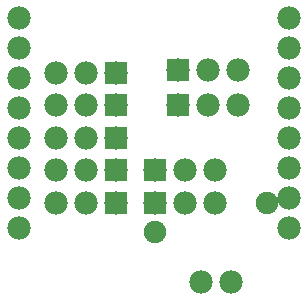
<source format=gtl>
G04 MADE WITH FRITZING*
G04 WWW.FRITZING.ORG*
G04 DOUBLE SIDED*
G04 HOLES PLATED*
G04 CONTOUR ON CENTER OF CONTOUR VECTOR*
%ASAXBY*%
%FSLAX23Y23*%
%MOIN*%
%OFA0B0*%
%SFA1.0B1.0*%
%ADD10C,0.077778*%
%ADD11C,0.078000*%
%ADD12C,0.075000*%
%ADD13R,0.078000X0.078000*%
%LNCOPPER1*%
G90*
G70*
G54D10*
X55Y1070D03*
X55Y970D03*
X55Y870D03*
X55Y770D03*
X55Y670D03*
X55Y570D03*
X55Y470D03*
X55Y370D03*
X955Y370D03*
X955Y470D03*
X955Y570D03*
X955Y670D03*
X955Y770D03*
X955Y870D03*
X955Y970D03*
X955Y1070D03*
G54D11*
X586Y899D03*
X686Y899D03*
X786Y899D03*
X586Y781D03*
X686Y781D03*
X786Y781D03*
X507Y565D03*
X607Y565D03*
X707Y565D03*
X379Y456D03*
X279Y456D03*
X179Y456D03*
X379Y889D03*
X279Y889D03*
X179Y889D03*
X379Y781D03*
X279Y781D03*
X179Y781D03*
X379Y673D03*
X279Y673D03*
X179Y673D03*
X379Y565D03*
X279Y565D03*
X179Y565D03*
X507Y456D03*
X607Y456D03*
X707Y456D03*
X763Y191D03*
X663Y191D03*
G54D12*
X507Y358D03*
X881Y456D03*
G54D13*
X586Y899D03*
X586Y781D03*
X507Y565D03*
X379Y456D03*
X379Y889D03*
X379Y781D03*
X379Y673D03*
X379Y565D03*
X507Y456D03*
G04 End of Copper1*
M02*
</source>
